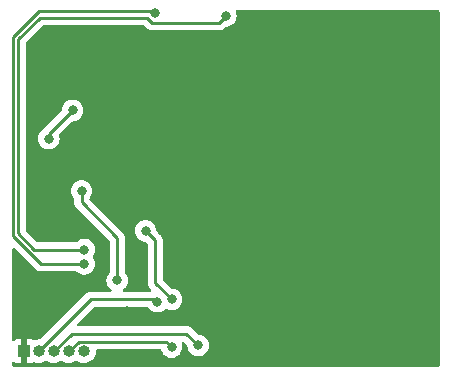
<source format=gbr>
%TF.GenerationSoftware,KiCad,Pcbnew,(6.0.1)*%
%TF.CreationDate,2022-10-12T14:33:58-04:00*%
%TF.ProjectId,DeathClock,44656174-6843-46c6-9f63-6b2e6b696361,rev?*%
%TF.SameCoordinates,Original*%
%TF.FileFunction,Copper,L2,Bot*%
%TF.FilePolarity,Positive*%
%FSLAX46Y46*%
G04 Gerber Fmt 4.6, Leading zero omitted, Abs format (unit mm)*
G04 Created by KiCad (PCBNEW (6.0.1)) date 2022-10-12 14:33:58*
%MOMM*%
%LPD*%
G01*
G04 APERTURE LIST*
%TA.AperFunction,ComponentPad*%
%ADD10R,1.000000X1.000000*%
%TD*%
%TA.AperFunction,ComponentPad*%
%ADD11O,1.000000X1.000000*%
%TD*%
%TA.AperFunction,ViaPad*%
%ADD12C,0.800000*%
%TD*%
%TA.AperFunction,Conductor*%
%ADD13C,0.250000*%
%TD*%
G04 APERTURE END LIST*
D10*
%TO.P,J1,1,Pin_1*%
%TO.N,GND*%
X119500000Y-99000000D03*
D11*
%TO.P,J1,2,Pin_2*%
%TO.N,MCU_RESET*%
X120770000Y-99000000D03*
%TO.P,J1,3,Pin_3*%
%TO.N,SWDCLK*%
X122040000Y-99000000D03*
%TO.P,J1,4,Pin_4*%
%TO.N,SWDIO*%
X123310000Y-99000000D03*
%TO.P,J1,5,Pin_5*%
%TO.N,VCC*%
X124580000Y-99000000D03*
%TD*%
D12*
%TO.N,MCU_RESET*%
X130787701Y-94787701D03*
%TO.N,GND*%
X120400000Y-88000000D03*
X133800000Y-90000000D03*
X138600000Y-96200000D03*
X141200000Y-71600000D03*
X153750000Y-73250000D03*
X119750000Y-96500000D03*
X150250000Y-90250000D03*
X120600000Y-82600000D03*
X120800000Y-75000000D03*
X146000000Y-90250000D03*
X151000000Y-71500000D03*
X150200000Y-85400000D03*
X136200000Y-83000000D03*
X153750000Y-96500000D03*
X124200000Y-75800000D03*
X151000000Y-98750000D03*
X144000000Y-76200000D03*
X138600000Y-73400000D03*
X142000000Y-99400000D03*
X148400000Y-94600000D03*
X141500000Y-90250000D03*
X141500000Y-81000000D03*
X148600000Y-76200000D03*
X146000000Y-81000000D03*
X125600000Y-84600000D03*
X143800000Y-94600000D03*
X129000000Y-93200000D03*
X124200000Y-93250000D03*
X129400000Y-99600000D03*
X136200000Y-87600000D03*
X123000000Y-72400000D03*
X133400000Y-80800000D03*
X128200000Y-95600000D03*
X121400000Y-95000000D03*
X127600000Y-81800000D03*
X141400000Y-85400000D03*
X150250000Y-81000000D03*
%TO.N,/edp/edp_spi_cs*%
X124382270Y-85425500D03*
X127400000Y-93000000D03*
%TO.N,SWDIO*%
X132000000Y-98645500D03*
%TO.N,SWDCLK*%
X134250000Y-98500000D03*
%TO.N,Net-(C4-Pad2)*%
X121600000Y-81000000D03*
X123612299Y-78612299D03*
%TO.N,Net-(J2-Pad2)*%
X130600000Y-70400000D03*
X124600000Y-91600000D03*
%TO.N,Net-(J2-Pad3)*%
X124600000Y-90400000D03*
X136600000Y-70600000D03*
%TO.N,/edp/VCC_Enable*%
X129800000Y-88800000D03*
X132000000Y-94600000D03*
%TD*%
D13*
%TO.N,MCU_RESET*%
X130600000Y-94600000D02*
X125170000Y-94600000D01*
X130787701Y-94787701D02*
X130600000Y-94600000D01*
X125170000Y-94600000D02*
X120770000Y-99000000D01*
%TO.N,/edp/edp_spi_cs*%
X127400000Y-89400000D02*
X124382270Y-86382270D01*
X127400000Y-93000000D02*
X127400000Y-89400000D01*
X124382270Y-86382270D02*
X124382270Y-85425500D01*
%TO.N,SWDIO*%
X131529989Y-98175489D02*
X124134511Y-98175489D01*
X132000000Y-98645500D02*
X131529989Y-98175489D01*
X124134511Y-98175489D02*
X123310000Y-99000000D01*
%TO.N,SWDCLK*%
X133250000Y-97500000D02*
X134250000Y-98500000D01*
X122040000Y-99000000D02*
X123540000Y-97500000D01*
X123540000Y-97500000D02*
X133250000Y-97500000D01*
%TO.N,Net-(C4-Pad2)*%
X121600000Y-80624598D02*
X121600000Y-81000000D01*
X123612299Y-78612299D02*
X121600000Y-80624598D01*
%TO.N,Net-(J2-Pad2)*%
X124600000Y-91600000D02*
X120939668Y-91600000D01*
X120764282Y-70200000D02*
X130400000Y-70200000D01*
X118550480Y-72413802D02*
X120764282Y-70200000D01*
X130400000Y-70200000D02*
X130600000Y-70400000D01*
X120939668Y-91600000D02*
X118550480Y-89210811D01*
X118550480Y-89210811D02*
X118550480Y-72413802D01*
%TO.N,Net-(J2-Pad3)*%
X129950875Y-70775489D02*
X120824511Y-70775489D01*
X119000000Y-72600000D02*
X119000000Y-89024614D01*
X119000000Y-89024614D02*
X120375386Y-90400000D01*
X130375386Y-71200000D02*
X129950875Y-70775489D01*
X120824511Y-70775489D02*
X119000000Y-72600000D01*
X136600000Y-70600000D02*
X136000000Y-71200000D01*
X136000000Y-71200000D02*
X130375386Y-71200000D01*
X120375386Y-90400000D02*
X124600000Y-90400000D01*
%TO.N,/edp/VCC_Enable*%
X130600000Y-93200000D02*
X132000000Y-94600000D01*
X130600000Y-89600000D02*
X130600000Y-93200000D01*
X129800000Y-88800000D02*
X130600000Y-89600000D01*
%TD*%
%TA.AperFunction,Conductor*%
%TO.N,GND*%
G36*
X154634121Y-70128002D02*
G01*
X154680614Y-70181658D01*
X154692000Y-70234000D01*
X154692000Y-100166000D01*
X154671998Y-100234121D01*
X154618342Y-100280614D01*
X154566000Y-100292000D01*
X118634000Y-100292000D01*
X118565879Y-100271998D01*
X118519386Y-100218342D01*
X118508000Y-100166000D01*
X118508000Y-100018042D01*
X118528002Y-99949921D01*
X118581658Y-99903428D01*
X118651932Y-99893324D01*
X118709565Y-99917216D01*
X118746352Y-99944786D01*
X118761946Y-99953324D01*
X118882394Y-99998478D01*
X118897649Y-100002105D01*
X118948514Y-100007631D01*
X118955328Y-100008000D01*
X119227885Y-100008000D01*
X119243124Y-100003525D01*
X119244329Y-100002135D01*
X119246000Y-99994452D01*
X119246000Y-99989884D01*
X119754000Y-99989884D01*
X119758475Y-100005123D01*
X119759865Y-100006328D01*
X119767548Y-100007999D01*
X120044669Y-100007999D01*
X120051490Y-100007629D01*
X120102352Y-100002105D01*
X120117604Y-99998479D01*
X120238054Y-99953324D01*
X120261517Y-99940478D01*
X120262792Y-99942806D01*
X120316321Y-99922797D01*
X120364333Y-99928637D01*
X120552392Y-99989740D01*
X120748777Y-100013158D01*
X120754912Y-100012686D01*
X120754914Y-100012686D01*
X120939830Y-99998457D01*
X120939834Y-99998456D01*
X120945972Y-99997984D01*
X121136463Y-99944798D01*
X121141967Y-99942018D01*
X121141969Y-99942017D01*
X121307493Y-99858405D01*
X121307495Y-99858404D01*
X121312996Y-99855625D01*
X121317850Y-99851833D01*
X121317859Y-99851827D01*
X121326548Y-99845038D01*
X121392542Y-99818860D01*
X121465592Y-99834339D01*
X121634294Y-99928624D01*
X121822392Y-99989740D01*
X122018777Y-100013158D01*
X122024912Y-100012686D01*
X122024914Y-100012686D01*
X122209830Y-99998457D01*
X122209834Y-99998456D01*
X122215972Y-99997984D01*
X122406463Y-99944798D01*
X122411967Y-99942018D01*
X122411969Y-99942017D01*
X122577493Y-99858405D01*
X122577495Y-99858404D01*
X122582996Y-99855625D01*
X122587850Y-99851833D01*
X122587859Y-99851827D01*
X122596548Y-99845038D01*
X122662542Y-99818860D01*
X122735592Y-99834339D01*
X122904294Y-99928624D01*
X123092392Y-99989740D01*
X123288777Y-100013158D01*
X123294912Y-100012686D01*
X123294914Y-100012686D01*
X123479830Y-99998457D01*
X123479834Y-99998456D01*
X123485972Y-99997984D01*
X123676463Y-99944798D01*
X123681967Y-99942018D01*
X123681969Y-99942017D01*
X123847493Y-99858405D01*
X123847495Y-99858404D01*
X123852996Y-99855625D01*
X123857850Y-99851833D01*
X123857859Y-99851827D01*
X123866548Y-99845038D01*
X123932542Y-99818860D01*
X124005592Y-99834339D01*
X124174294Y-99928624D01*
X124362392Y-99989740D01*
X124558777Y-100013158D01*
X124564912Y-100012686D01*
X124564914Y-100012686D01*
X124749830Y-99998457D01*
X124749834Y-99998456D01*
X124755972Y-99997984D01*
X124946463Y-99944798D01*
X124951967Y-99942018D01*
X124951969Y-99942017D01*
X125117495Y-99858404D01*
X125117497Y-99858403D01*
X125122996Y-99855625D01*
X125278847Y-99733861D01*
X125408078Y-99584145D01*
X125505769Y-99412179D01*
X125568197Y-99224513D01*
X125592985Y-99028295D01*
X125593380Y-99000000D01*
X125588211Y-98947284D01*
X125601470Y-98877537D01*
X125650333Y-98826030D01*
X125713610Y-98808989D01*
X131006323Y-98808989D01*
X131074444Y-98828991D01*
X131120937Y-98882647D01*
X131126156Y-98896052D01*
X131165473Y-99017056D01*
X131260960Y-99182444D01*
X131265378Y-99187351D01*
X131265379Y-99187352D01*
X131298839Y-99224513D01*
X131388747Y-99324366D01*
X131543248Y-99436618D01*
X131549276Y-99439302D01*
X131549278Y-99439303D01*
X131711681Y-99511609D01*
X131717712Y-99514294D01*
X131811113Y-99534147D01*
X131898056Y-99552628D01*
X131898061Y-99552628D01*
X131904513Y-99554000D01*
X132095487Y-99554000D01*
X132101939Y-99552628D01*
X132101944Y-99552628D01*
X132188887Y-99534147D01*
X132282288Y-99514294D01*
X132288319Y-99511609D01*
X132450722Y-99439303D01*
X132450724Y-99439302D01*
X132456752Y-99436618D01*
X132611253Y-99324366D01*
X132701161Y-99224513D01*
X132734621Y-99187352D01*
X132734622Y-99187351D01*
X132739040Y-99182444D01*
X132834527Y-99017056D01*
X132893542Y-98835428D01*
X132908835Y-98689928D01*
X132912814Y-98652065D01*
X132913504Y-98645500D01*
X132893542Y-98455572D01*
X132855438Y-98338301D01*
X132853410Y-98267334D01*
X132890073Y-98206536D01*
X132953785Y-98175210D01*
X133024319Y-98183303D01*
X133064366Y-98210270D01*
X133302878Y-98448782D01*
X133336904Y-98511094D01*
X133339092Y-98524703D01*
X133356458Y-98689928D01*
X133415473Y-98871556D01*
X133510960Y-99036944D01*
X133638747Y-99178866D01*
X133793248Y-99291118D01*
X133799276Y-99293802D01*
X133799278Y-99293803D01*
X133961681Y-99366109D01*
X133967712Y-99368794D01*
X134061113Y-99388647D01*
X134148056Y-99407128D01*
X134148061Y-99407128D01*
X134154513Y-99408500D01*
X134345487Y-99408500D01*
X134351939Y-99407128D01*
X134351944Y-99407128D01*
X134438887Y-99388647D01*
X134532288Y-99368794D01*
X134538319Y-99366109D01*
X134700722Y-99293803D01*
X134700724Y-99293802D01*
X134706752Y-99291118D01*
X134861253Y-99178866D01*
X134989040Y-99036944D01*
X135084527Y-98871556D01*
X135143542Y-98689928D01*
X135163504Y-98500000D01*
X135159524Y-98462135D01*
X135144232Y-98316635D01*
X135144232Y-98316633D01*
X135143542Y-98310072D01*
X135084527Y-98128444D01*
X134989040Y-97963056D01*
X134861253Y-97821134D01*
X134706752Y-97708882D01*
X134700724Y-97706198D01*
X134700722Y-97706197D01*
X134538319Y-97633891D01*
X134538318Y-97633891D01*
X134532288Y-97631206D01*
X134438887Y-97611353D01*
X134351944Y-97592872D01*
X134351939Y-97592872D01*
X134345487Y-97591500D01*
X134289595Y-97591500D01*
X134221474Y-97571498D01*
X134200499Y-97554595D01*
X133753647Y-97107742D01*
X133746113Y-97099463D01*
X133742000Y-97092982D01*
X133692348Y-97046356D01*
X133689507Y-97043602D01*
X133669770Y-97023865D01*
X133666573Y-97021385D01*
X133657551Y-97013680D01*
X133631100Y-96988841D01*
X133625321Y-96983414D01*
X133618375Y-96979595D01*
X133618372Y-96979593D01*
X133607566Y-96973652D01*
X133591047Y-96962801D01*
X133590583Y-96962441D01*
X133575041Y-96950386D01*
X133567772Y-96947241D01*
X133567768Y-96947238D01*
X133534463Y-96932826D01*
X133523813Y-96927609D01*
X133485060Y-96906305D01*
X133465437Y-96901267D01*
X133446734Y-96894863D01*
X133435420Y-96889967D01*
X133435419Y-96889967D01*
X133428145Y-96886819D01*
X133420322Y-96885580D01*
X133420312Y-96885577D01*
X133384476Y-96879901D01*
X133372856Y-96877495D01*
X133337711Y-96868472D01*
X133337710Y-96868472D01*
X133330030Y-96866500D01*
X133309776Y-96866500D01*
X133290065Y-96864949D01*
X133277886Y-96863020D01*
X133270057Y-96861780D01*
X133262165Y-96862526D01*
X133226039Y-96865941D01*
X133214181Y-96866500D01*
X124103594Y-96866500D01*
X124035473Y-96846498D01*
X123988980Y-96792842D01*
X123978876Y-96722568D01*
X124008370Y-96657988D01*
X124014499Y-96651405D01*
X125395499Y-95270405D01*
X125457811Y-95236379D01*
X125484594Y-95233500D01*
X129923292Y-95233500D01*
X129991413Y-95253502D01*
X130032410Y-95296499D01*
X130045357Y-95318923D01*
X130048661Y-95324645D01*
X130176448Y-95466567D01*
X130330949Y-95578819D01*
X130336977Y-95581503D01*
X130336979Y-95581504D01*
X130499382Y-95653810D01*
X130505413Y-95656495D01*
X130598813Y-95676348D01*
X130685757Y-95694829D01*
X130685762Y-95694829D01*
X130692214Y-95696201D01*
X130883188Y-95696201D01*
X130889640Y-95694829D01*
X130889645Y-95694829D01*
X130976589Y-95676348D01*
X131069989Y-95656495D01*
X131076020Y-95653810D01*
X131238423Y-95581504D01*
X131238425Y-95581503D01*
X131244453Y-95578819D01*
X131398954Y-95466567D01*
X131403365Y-95461668D01*
X131403374Y-95461660D01*
X131427485Y-95434881D01*
X131487931Y-95397641D01*
X131558914Y-95398993D01*
X131572370Y-95404084D01*
X131701689Y-95461660D01*
X131717712Y-95468794D01*
X131811113Y-95488647D01*
X131898056Y-95507128D01*
X131898061Y-95507128D01*
X131904513Y-95508500D01*
X132095487Y-95508500D01*
X132101939Y-95507128D01*
X132101944Y-95507128D01*
X132188887Y-95488647D01*
X132282288Y-95468794D01*
X132288319Y-95466109D01*
X132450722Y-95393803D01*
X132450724Y-95393802D01*
X132456752Y-95391118D01*
X132611253Y-95278866D01*
X132634091Y-95253502D01*
X132734621Y-95141852D01*
X132734622Y-95141851D01*
X132739040Y-95136944D01*
X132834527Y-94971556D01*
X132893542Y-94789928D01*
X132913504Y-94600000D01*
X132893542Y-94410072D01*
X132834527Y-94228444D01*
X132739040Y-94063056D01*
X132722881Y-94045109D01*
X132615675Y-93926045D01*
X132615674Y-93926044D01*
X132611253Y-93921134D01*
X132456752Y-93808882D01*
X132450724Y-93806198D01*
X132450722Y-93806197D01*
X132288319Y-93733891D01*
X132288318Y-93733891D01*
X132282288Y-93731206D01*
X132188888Y-93711353D01*
X132101944Y-93692872D01*
X132101939Y-93692872D01*
X132095487Y-93691500D01*
X132039595Y-93691500D01*
X131971474Y-93671498D01*
X131950499Y-93654595D01*
X131270404Y-92974499D01*
X131236379Y-92912187D01*
X131233500Y-92885404D01*
X131233500Y-89678767D01*
X131234027Y-89667584D01*
X131235702Y-89660091D01*
X131233562Y-89592000D01*
X131233500Y-89588043D01*
X131233500Y-89560144D01*
X131232996Y-89556153D01*
X131232063Y-89544311D01*
X131230923Y-89508036D01*
X131230674Y-89500111D01*
X131228462Y-89492497D01*
X131228461Y-89492492D01*
X131225023Y-89480659D01*
X131221012Y-89461295D01*
X131219467Y-89449064D01*
X131218474Y-89441203D01*
X131215557Y-89433836D01*
X131215556Y-89433831D01*
X131202198Y-89400092D01*
X131198354Y-89388865D01*
X131188866Y-89356211D01*
X131186018Y-89346407D01*
X131181697Y-89339100D01*
X131175707Y-89328972D01*
X131167012Y-89311224D01*
X131159552Y-89292383D01*
X131133564Y-89256613D01*
X131127048Y-89246693D01*
X131108580Y-89215465D01*
X131108578Y-89215462D01*
X131104542Y-89208638D01*
X131090221Y-89194317D01*
X131077380Y-89179283D01*
X131070131Y-89169306D01*
X131065472Y-89162893D01*
X131059367Y-89157842D01*
X131059362Y-89157837D01*
X131031402Y-89134706D01*
X131022624Y-89126719D01*
X130885833Y-88989928D01*
X130747122Y-88851218D01*
X130713097Y-88788905D01*
X130710907Y-88775292D01*
X130694232Y-88616635D01*
X130694232Y-88616633D01*
X130693542Y-88610072D01*
X130634527Y-88428444D01*
X130539040Y-88263056D01*
X130411253Y-88121134D01*
X130256752Y-88008882D01*
X130250724Y-88006198D01*
X130250722Y-88006197D01*
X130088319Y-87933891D01*
X130088318Y-87933891D01*
X130082288Y-87931206D01*
X129988888Y-87911353D01*
X129901944Y-87892872D01*
X129901939Y-87892872D01*
X129895487Y-87891500D01*
X129704513Y-87891500D01*
X129698061Y-87892872D01*
X129698056Y-87892872D01*
X129611113Y-87911353D01*
X129517712Y-87931206D01*
X129511682Y-87933891D01*
X129511681Y-87933891D01*
X129349278Y-88006197D01*
X129349276Y-88006198D01*
X129343248Y-88008882D01*
X129188747Y-88121134D01*
X129060960Y-88263056D01*
X128965473Y-88428444D01*
X128906458Y-88610072D01*
X128886496Y-88800000D01*
X128887186Y-88806565D01*
X128904291Y-88969306D01*
X128906458Y-88989928D01*
X128965473Y-89171556D01*
X128968776Y-89177278D01*
X128968777Y-89177279D01*
X128975466Y-89188865D01*
X129060960Y-89336944D01*
X129065378Y-89341851D01*
X129065379Y-89341852D01*
X129148197Y-89433831D01*
X129188747Y-89478866D01*
X129343248Y-89591118D01*
X129349276Y-89593802D01*
X129349278Y-89593803D01*
X129511681Y-89666109D01*
X129517712Y-89668794D01*
X129611112Y-89688647D01*
X129698056Y-89707128D01*
X129698061Y-89707128D01*
X129704513Y-89708500D01*
X129760405Y-89708500D01*
X129828526Y-89728502D01*
X129849500Y-89745405D01*
X129929595Y-89825500D01*
X129963621Y-89887812D01*
X129966500Y-89914595D01*
X129966500Y-93121233D01*
X129965973Y-93132416D01*
X129964298Y-93139909D01*
X129964547Y-93147835D01*
X129964547Y-93147836D01*
X129966438Y-93207986D01*
X129966500Y-93211945D01*
X129966500Y-93239856D01*
X129966997Y-93243790D01*
X129966997Y-93243791D01*
X129967005Y-93243856D01*
X129967938Y-93255693D01*
X129969327Y-93299889D01*
X129974978Y-93319339D01*
X129978987Y-93338700D01*
X129981526Y-93358797D01*
X129984445Y-93366168D01*
X129984445Y-93366170D01*
X129997804Y-93399912D01*
X130001649Y-93411142D01*
X130013982Y-93453593D01*
X130018015Y-93460412D01*
X130018017Y-93460417D01*
X130024293Y-93471028D01*
X130032988Y-93488776D01*
X130040448Y-93507617D01*
X130045110Y-93514033D01*
X130045110Y-93514034D01*
X130066436Y-93543387D01*
X130072952Y-93553307D01*
X130095458Y-93591362D01*
X130109779Y-93605683D01*
X130122619Y-93620716D01*
X130134528Y-93637107D01*
X130168605Y-93665298D01*
X130177384Y-93673288D01*
X130255501Y-93751405D01*
X130289527Y-93813717D01*
X130284462Y-93884532D01*
X130241915Y-93941368D01*
X130175395Y-93966179D01*
X130166406Y-93966500D01*
X128003147Y-93966500D01*
X127935026Y-93946498D01*
X127888533Y-93892842D01*
X127878429Y-93822568D01*
X127907923Y-93757988D01*
X127929086Y-93738564D01*
X128005909Y-93682749D01*
X128005911Y-93682747D01*
X128011253Y-93678866D01*
X128015675Y-93673955D01*
X128134621Y-93541852D01*
X128134622Y-93541851D01*
X128139040Y-93536944D01*
X128234527Y-93371556D01*
X128293542Y-93189928D01*
X128313504Y-93000000D01*
X128293542Y-92810072D01*
X128234527Y-92628444D01*
X128139040Y-92463056D01*
X128065863Y-92381785D01*
X128035147Y-92317779D01*
X128033500Y-92297476D01*
X128033500Y-89478768D01*
X128034027Y-89467585D01*
X128035702Y-89460092D01*
X128035356Y-89449064D01*
X128033562Y-89392002D01*
X128033500Y-89388044D01*
X128033500Y-89360144D01*
X128032996Y-89356153D01*
X128032063Y-89344311D01*
X128031915Y-89339581D01*
X128030674Y-89300111D01*
X128028462Y-89292497D01*
X128028461Y-89292492D01*
X128025023Y-89280659D01*
X128021012Y-89261295D01*
X128019467Y-89249064D01*
X128018474Y-89241203D01*
X128015557Y-89233836D01*
X128015556Y-89233831D01*
X128002198Y-89200092D01*
X127998354Y-89188865D01*
X127990808Y-89162893D01*
X127986018Y-89146407D01*
X127975707Y-89128972D01*
X127967012Y-89111224D01*
X127959552Y-89092383D01*
X127933564Y-89056613D01*
X127927048Y-89046693D01*
X127908580Y-89015465D01*
X127908578Y-89015462D01*
X127904542Y-89008638D01*
X127890221Y-88994317D01*
X127877380Y-88979283D01*
X127870131Y-88969306D01*
X127865472Y-88962893D01*
X127831395Y-88934702D01*
X127822616Y-88926712D01*
X125081268Y-86185363D01*
X125047242Y-86123051D01*
X125052307Y-86052235D01*
X125076724Y-86011961D01*
X125121310Y-85962444D01*
X125216797Y-85797056D01*
X125275812Y-85615428D01*
X125295774Y-85425500D01*
X125275812Y-85235572D01*
X125216797Y-85053944D01*
X125121310Y-84888556D01*
X124993523Y-84746634D01*
X124839022Y-84634382D01*
X124832994Y-84631698D01*
X124832992Y-84631697D01*
X124670589Y-84559391D01*
X124670588Y-84559391D01*
X124664558Y-84556706D01*
X124571157Y-84536853D01*
X124484214Y-84518372D01*
X124484209Y-84518372D01*
X124477757Y-84517000D01*
X124286783Y-84517000D01*
X124280331Y-84518372D01*
X124280326Y-84518372D01*
X124193383Y-84536853D01*
X124099982Y-84556706D01*
X124093952Y-84559391D01*
X124093951Y-84559391D01*
X123931548Y-84631697D01*
X123931546Y-84631698D01*
X123925518Y-84634382D01*
X123771017Y-84746634D01*
X123643230Y-84888556D01*
X123547743Y-85053944D01*
X123488728Y-85235572D01*
X123468766Y-85425500D01*
X123488728Y-85615428D01*
X123547743Y-85797056D01*
X123643230Y-85962444D01*
X123716407Y-86043715D01*
X123747123Y-86107721D01*
X123748770Y-86128024D01*
X123748770Y-86303503D01*
X123748243Y-86314686D01*
X123746568Y-86322179D01*
X123746817Y-86330105D01*
X123746817Y-86330106D01*
X123748708Y-86390256D01*
X123748770Y-86394215D01*
X123748770Y-86422126D01*
X123749267Y-86426060D01*
X123749267Y-86426061D01*
X123749275Y-86426126D01*
X123750208Y-86437963D01*
X123751597Y-86482159D01*
X123757248Y-86501609D01*
X123761257Y-86520970D01*
X123763796Y-86541067D01*
X123766715Y-86548438D01*
X123766715Y-86548440D01*
X123780074Y-86582182D01*
X123783919Y-86593412D01*
X123796252Y-86635863D01*
X123800285Y-86642682D01*
X123800287Y-86642687D01*
X123806563Y-86653298D01*
X123815258Y-86671046D01*
X123822718Y-86689887D01*
X123827380Y-86696303D01*
X123827380Y-86696304D01*
X123848706Y-86725657D01*
X123855222Y-86735577D01*
X123877728Y-86773632D01*
X123892049Y-86787953D01*
X123904889Y-86802986D01*
X123916798Y-86819377D01*
X123922904Y-86824428D01*
X123950875Y-86847568D01*
X123959654Y-86855558D01*
X126729595Y-89625499D01*
X126763621Y-89687811D01*
X126766500Y-89714594D01*
X126766500Y-92297476D01*
X126746498Y-92365597D01*
X126734142Y-92381779D01*
X126660960Y-92463056D01*
X126565473Y-92628444D01*
X126506458Y-92810072D01*
X126486496Y-93000000D01*
X126506458Y-93189928D01*
X126565473Y-93371556D01*
X126660960Y-93536944D01*
X126665378Y-93541851D01*
X126665379Y-93541852D01*
X126784325Y-93673955D01*
X126788747Y-93678866D01*
X126794089Y-93682747D01*
X126794091Y-93682749D01*
X126870914Y-93738564D01*
X126914268Y-93794786D01*
X126920343Y-93865523D01*
X126887211Y-93928314D01*
X126825391Y-93963226D01*
X126796853Y-93966500D01*
X125248768Y-93966500D01*
X125237585Y-93965973D01*
X125230092Y-93964298D01*
X125222166Y-93964547D01*
X125222165Y-93964547D01*
X125162002Y-93966438D01*
X125158044Y-93966500D01*
X125130144Y-93966500D01*
X125126154Y-93967004D01*
X125114320Y-93967936D01*
X125070111Y-93969326D01*
X125062495Y-93971539D01*
X125062493Y-93971539D01*
X125050652Y-93974979D01*
X125031293Y-93978988D01*
X125029983Y-93979154D01*
X125011203Y-93981526D01*
X125003837Y-93984442D01*
X125003831Y-93984444D01*
X124970098Y-93997800D01*
X124958868Y-94001645D01*
X124924017Y-94011770D01*
X124916407Y-94013981D01*
X124909584Y-94018016D01*
X124898966Y-94024295D01*
X124881213Y-94032992D01*
X124873568Y-94036019D01*
X124862383Y-94040448D01*
X124855968Y-94045109D01*
X124826612Y-94066437D01*
X124816695Y-94072951D01*
X124778638Y-94095458D01*
X124764317Y-94109779D01*
X124749284Y-94122619D01*
X124732893Y-94134528D01*
X124727842Y-94140634D01*
X124704702Y-94168605D01*
X124696712Y-94177384D01*
X120919450Y-97954645D01*
X120857138Y-97988671D01*
X120817187Y-97990860D01*
X120783207Y-97987289D01*
X120783202Y-97987289D01*
X120777075Y-97986645D01*
X120714179Y-97992369D01*
X120586251Y-98004011D01*
X120586248Y-98004012D01*
X120580112Y-98004570D01*
X120574206Y-98006308D01*
X120574202Y-98006309D01*
X120396293Y-98058670D01*
X120390381Y-98060410D01*
X120384916Y-98063267D01*
X120384304Y-98063587D01*
X120383950Y-98063657D01*
X120379209Y-98065573D01*
X120378845Y-98064672D01*
X120314668Y-98077422D01*
X120262645Y-98057462D01*
X120261517Y-98059522D01*
X120238054Y-98046676D01*
X120117606Y-98001522D01*
X120102351Y-97997895D01*
X120051486Y-97992369D01*
X120044672Y-97992000D01*
X119772115Y-97992000D01*
X119756876Y-97996475D01*
X119755671Y-97997865D01*
X119754000Y-98005548D01*
X119754000Y-99989884D01*
X119246000Y-99989884D01*
X119246000Y-98010116D01*
X119241525Y-97994877D01*
X119240135Y-97993672D01*
X119232452Y-97992001D01*
X118955331Y-97992001D01*
X118948510Y-97992371D01*
X118897648Y-97997895D01*
X118882396Y-98001521D01*
X118761946Y-98046676D01*
X118746352Y-98055214D01*
X118709565Y-98082784D01*
X118643059Y-98107632D01*
X118573676Y-98092579D01*
X118523446Y-98042405D01*
X118508000Y-97981958D01*
X118508000Y-90368426D01*
X118528002Y-90300305D01*
X118581658Y-90253812D01*
X118651932Y-90243708D01*
X118716512Y-90273202D01*
X118723093Y-90279328D01*
X119209035Y-90765271D01*
X120436021Y-91992258D01*
X120443555Y-92000537D01*
X120447668Y-92007018D01*
X120497319Y-92053643D01*
X120500161Y-92056398D01*
X120519898Y-92076135D01*
X120523095Y-92078615D01*
X120532115Y-92086318D01*
X120564347Y-92116586D01*
X120571293Y-92120405D01*
X120571296Y-92120407D01*
X120582102Y-92126348D01*
X120598621Y-92137199D01*
X120614627Y-92149614D01*
X120621896Y-92152759D01*
X120621900Y-92152762D01*
X120655205Y-92167174D01*
X120665855Y-92172391D01*
X120704608Y-92193695D01*
X120712283Y-92195666D01*
X120712284Y-92195666D01*
X120724230Y-92198733D01*
X120742935Y-92205137D01*
X120761523Y-92213181D01*
X120769346Y-92214420D01*
X120769356Y-92214423D01*
X120805192Y-92220099D01*
X120816812Y-92222505D01*
X120851957Y-92231528D01*
X120859638Y-92233500D01*
X120879892Y-92233500D01*
X120899602Y-92235051D01*
X120919611Y-92238220D01*
X120927503Y-92237474D01*
X120963629Y-92234059D01*
X120975487Y-92233500D01*
X123891800Y-92233500D01*
X123959921Y-92253502D01*
X123979147Y-92269843D01*
X123979420Y-92269540D01*
X123984332Y-92273963D01*
X123988747Y-92278866D01*
X124143248Y-92391118D01*
X124149276Y-92393802D01*
X124149278Y-92393803D01*
X124304824Y-92463056D01*
X124317712Y-92468794D01*
X124411113Y-92488647D01*
X124498056Y-92507128D01*
X124498061Y-92507128D01*
X124504513Y-92508500D01*
X124695487Y-92508500D01*
X124701939Y-92507128D01*
X124701944Y-92507128D01*
X124788888Y-92488647D01*
X124882288Y-92468794D01*
X124895176Y-92463056D01*
X125050722Y-92393803D01*
X125050724Y-92393802D01*
X125056752Y-92391118D01*
X125211253Y-92278866D01*
X125247851Y-92238220D01*
X125334621Y-92141852D01*
X125334622Y-92141851D01*
X125339040Y-92136944D01*
X125434527Y-91971556D01*
X125493542Y-91789928D01*
X125513504Y-91600000D01*
X125493542Y-91410072D01*
X125434527Y-91228444D01*
X125339040Y-91063056D01*
X125341777Y-91061476D01*
X125322351Y-91007653D01*
X125338178Y-90938443D01*
X125339114Y-90936987D01*
X125339040Y-90936944D01*
X125431223Y-90777279D01*
X125431224Y-90777278D01*
X125434527Y-90771556D01*
X125493542Y-90589928D01*
X125513504Y-90400000D01*
X125512814Y-90393435D01*
X125494232Y-90216635D01*
X125494232Y-90216633D01*
X125493542Y-90210072D01*
X125434527Y-90028444D01*
X125339040Y-89863056D01*
X125305225Y-89825500D01*
X125215675Y-89726045D01*
X125215674Y-89726044D01*
X125211253Y-89721134D01*
X125056752Y-89608882D01*
X125050724Y-89606198D01*
X125050722Y-89606197D01*
X124888319Y-89533891D01*
X124888318Y-89533891D01*
X124882288Y-89531206D01*
X124788887Y-89511353D01*
X124701944Y-89492872D01*
X124701939Y-89492872D01*
X124695487Y-89491500D01*
X124504513Y-89491500D01*
X124498061Y-89492872D01*
X124498056Y-89492872D01*
X124411113Y-89511353D01*
X124317712Y-89531206D01*
X124311682Y-89533891D01*
X124311681Y-89533891D01*
X124149278Y-89606197D01*
X124149276Y-89606198D01*
X124143248Y-89608882D01*
X124137907Y-89612762D01*
X124137906Y-89612763D01*
X124059206Y-89669942D01*
X123988747Y-89721134D01*
X123984332Y-89726037D01*
X123979420Y-89730460D01*
X123978295Y-89729211D01*
X123924986Y-89762051D01*
X123891800Y-89766500D01*
X120689980Y-89766500D01*
X120621859Y-89746498D01*
X120600889Y-89729599D01*
X119670403Y-88799112D01*
X119636379Y-88736802D01*
X119633500Y-88710019D01*
X119633500Y-81000000D01*
X120686496Y-81000000D01*
X120706458Y-81189928D01*
X120765473Y-81371556D01*
X120860960Y-81536944D01*
X120988747Y-81678866D01*
X121143248Y-81791118D01*
X121149276Y-81793802D01*
X121149278Y-81793803D01*
X121311681Y-81866109D01*
X121317712Y-81868794D01*
X121411113Y-81888647D01*
X121498056Y-81907128D01*
X121498061Y-81907128D01*
X121504513Y-81908500D01*
X121695487Y-81908500D01*
X121701939Y-81907128D01*
X121701944Y-81907128D01*
X121788887Y-81888647D01*
X121882288Y-81868794D01*
X121888319Y-81866109D01*
X122050722Y-81793803D01*
X122050724Y-81793802D01*
X122056752Y-81791118D01*
X122211253Y-81678866D01*
X122339040Y-81536944D01*
X122434527Y-81371556D01*
X122493542Y-81189928D01*
X122513504Y-81000000D01*
X122493542Y-80810072D01*
X122472496Y-80745299D01*
X122470469Y-80674331D01*
X122503234Y-80617268D01*
X123562798Y-79557704D01*
X123625110Y-79523678D01*
X123651893Y-79520799D01*
X123707786Y-79520799D01*
X123714238Y-79519427D01*
X123714243Y-79519427D01*
X123801186Y-79500946D01*
X123894587Y-79481093D01*
X123900618Y-79478408D01*
X124063021Y-79406102D01*
X124063023Y-79406101D01*
X124069051Y-79403417D01*
X124223552Y-79291165D01*
X124351339Y-79149243D01*
X124446826Y-78983855D01*
X124505841Y-78802227D01*
X124525803Y-78612299D01*
X124505841Y-78422371D01*
X124446826Y-78240743D01*
X124351339Y-78075355D01*
X124223552Y-77933433D01*
X124069051Y-77821181D01*
X124063023Y-77818497D01*
X124063021Y-77818496D01*
X123900618Y-77746190D01*
X123900617Y-77746190D01*
X123894587Y-77743505D01*
X123801187Y-77723652D01*
X123714243Y-77705171D01*
X123714238Y-77705171D01*
X123707786Y-77703799D01*
X123516812Y-77703799D01*
X123510360Y-77705171D01*
X123510355Y-77705171D01*
X123423411Y-77723652D01*
X123330011Y-77743505D01*
X123323981Y-77746190D01*
X123323980Y-77746190D01*
X123161577Y-77818496D01*
X123161575Y-77818497D01*
X123155547Y-77821181D01*
X123001046Y-77933433D01*
X122873259Y-78075355D01*
X122777772Y-78240743D01*
X122718757Y-78422371D01*
X122718067Y-78428932D01*
X122718067Y-78428934D01*
X122701392Y-78587592D01*
X122674379Y-78653249D01*
X122665177Y-78663517D01*
X121207747Y-80120946D01*
X121199461Y-80128486D01*
X121192982Y-80132598D01*
X121187557Y-80138375D01*
X121146357Y-80182249D01*
X121143602Y-80185091D01*
X121123865Y-80204828D01*
X121121385Y-80208025D01*
X121113682Y-80217045D01*
X121083414Y-80249277D01*
X121082428Y-80248351D01*
X121065134Y-80265635D01*
X121023195Y-80296106D01*
X120988747Y-80321134D01*
X120860960Y-80463056D01*
X120765473Y-80628444D01*
X120706458Y-80810072D01*
X120686496Y-81000000D01*
X119633500Y-81000000D01*
X119633500Y-72914594D01*
X119653502Y-72846473D01*
X119670405Y-72825499D01*
X121050010Y-71445894D01*
X121112322Y-71411868D01*
X121139105Y-71408989D01*
X129636281Y-71408989D01*
X129704402Y-71428991D01*
X129725376Y-71445894D01*
X129871729Y-71592247D01*
X129879273Y-71600537D01*
X129883386Y-71607018D01*
X129889163Y-71612443D01*
X129933053Y-71653658D01*
X129935895Y-71656413D01*
X129955616Y-71676134D01*
X129958811Y-71678612D01*
X129967833Y-71686318D01*
X130000065Y-71716586D01*
X130007014Y-71720406D01*
X130017818Y-71726346D01*
X130034342Y-71737199D01*
X130050345Y-71749613D01*
X130090929Y-71767176D01*
X130101559Y-71772383D01*
X130140326Y-71793695D01*
X130148003Y-71795666D01*
X130148008Y-71795668D01*
X130159944Y-71798732D01*
X130178652Y-71805137D01*
X130197241Y-71813181D01*
X130205069Y-71814421D01*
X130205076Y-71814423D01*
X130240910Y-71820099D01*
X130252530Y-71822505D01*
X130284345Y-71830673D01*
X130295356Y-71833500D01*
X130315610Y-71833500D01*
X130335320Y-71835051D01*
X130355329Y-71838220D01*
X130363221Y-71837474D01*
X130381966Y-71835702D01*
X130399348Y-71834059D01*
X130411205Y-71833500D01*
X135921233Y-71833500D01*
X135932416Y-71834027D01*
X135939909Y-71835702D01*
X135947835Y-71835453D01*
X135947836Y-71835453D01*
X136007986Y-71833562D01*
X136011945Y-71833500D01*
X136039856Y-71833500D01*
X136043791Y-71833003D01*
X136043856Y-71832995D01*
X136055693Y-71832062D01*
X136087951Y-71831048D01*
X136091970Y-71830922D01*
X136099889Y-71830673D01*
X136119343Y-71825021D01*
X136138700Y-71821013D01*
X136150930Y-71819468D01*
X136150931Y-71819468D01*
X136158797Y-71818474D01*
X136166168Y-71815555D01*
X136166170Y-71815555D01*
X136199912Y-71802196D01*
X136211142Y-71798351D01*
X136245983Y-71788229D01*
X136245984Y-71788229D01*
X136253593Y-71786018D01*
X136260412Y-71781985D01*
X136260417Y-71781983D01*
X136271028Y-71775707D01*
X136288776Y-71767012D01*
X136307617Y-71759552D01*
X136327987Y-71744753D01*
X136343387Y-71733564D01*
X136353307Y-71727048D01*
X136384535Y-71708580D01*
X136384538Y-71708578D01*
X136391362Y-71704542D01*
X136405683Y-71690221D01*
X136420717Y-71677380D01*
X136422432Y-71676134D01*
X136437107Y-71665472D01*
X136465298Y-71631395D01*
X136473288Y-71622616D01*
X136550499Y-71545405D01*
X136612811Y-71511379D01*
X136639594Y-71508500D01*
X136695487Y-71508500D01*
X136701939Y-71507128D01*
X136701944Y-71507128D01*
X136788888Y-71488647D01*
X136882288Y-71468794D01*
X136888319Y-71466109D01*
X137050722Y-71393803D01*
X137050724Y-71393802D01*
X137056752Y-71391118D01*
X137079979Y-71374243D01*
X137138539Y-71331696D01*
X137211253Y-71278866D01*
X137339040Y-71136944D01*
X137434527Y-70971556D01*
X137493542Y-70789928D01*
X137513504Y-70600000D01*
X137493542Y-70410072D01*
X137448983Y-70272934D01*
X137446955Y-70201969D01*
X137483617Y-70141171D01*
X137547330Y-70109846D01*
X137568816Y-70108000D01*
X154566000Y-70108000D01*
X154634121Y-70128002D01*
G37*
%TD.AperFunction*%
%TD*%
M02*

</source>
